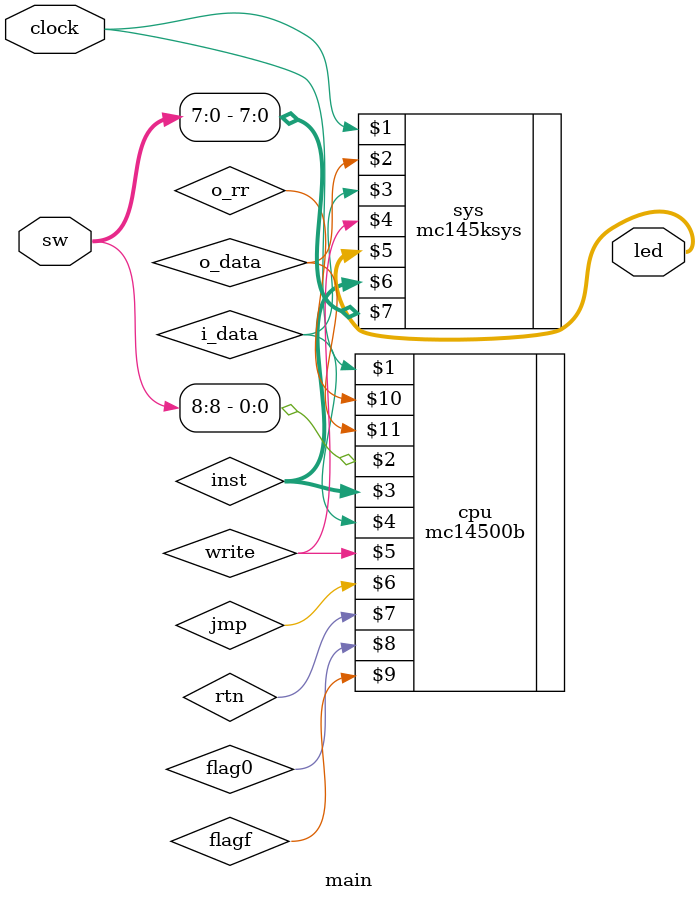
<source format=v>
`timescale 1ns / 1ps


module main(
    input [8:0] sw,
    input clock,
    output [7:0] led
    );
    wire [3:0] inst;
    wire i_data;
    wire write;
    wire jmp;
    wire rtn;
    wire flag0;
    wire flagf;
    wire o_rr;
    wire o_data;
    mc14500b cpu(clock, sw[8], inst, i_data, write, jmp, rtn, flag0, flagf, o_rr, o_data);
    mc145ksys sys(clock, o_data, i_data, write, led, inst, sw[7:0]);
endmodule

</source>
